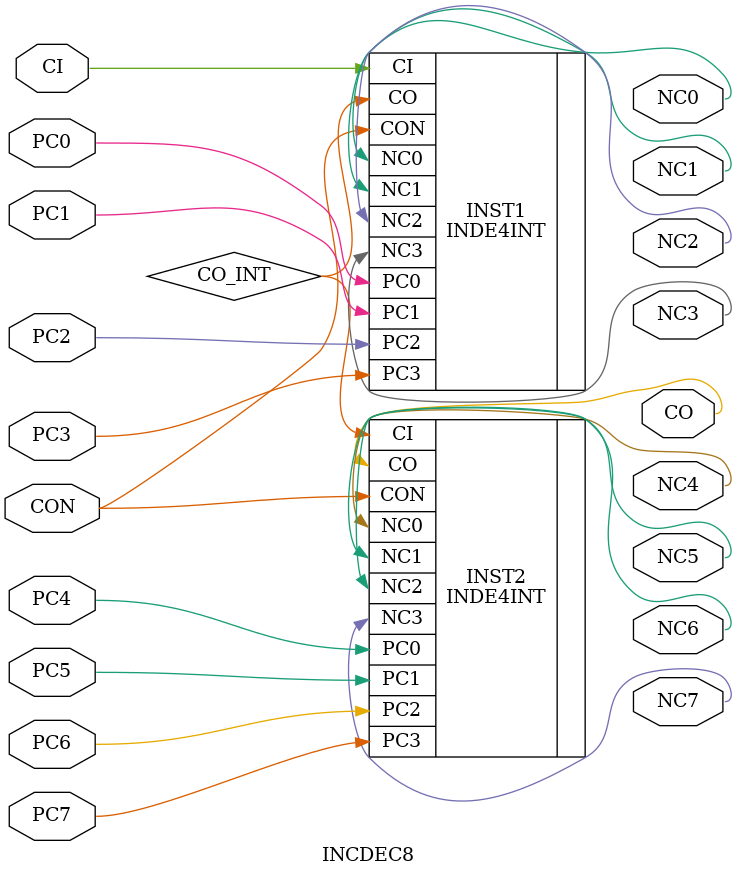
<source format=v>
`resetall
`timescale 1 ns / 100 ps

`celldefine

module INCDEC8 (CI, PC0, PC1, PC2, PC3, PC4, PC5, 
       PC6, PC7, CON, CO, NC0, NC1, NC2, NC3, NC4, 
       NC5, NC6, NC7);
input  CI, PC0, PC1, PC2, PC3, PC4, PC5, PC6, PC7, CON;
output CO, NC0, NC1, NC2, NC3, NC4, NC5, NC6, NC7;
INDE4INT INST1 (.CI(CI), .PC0(PC0), .PC1(PC1), .PC2(PC2),
      .PC3(PC3), .CON(CON), .CO(CO_INT), .NC0(NC0),
      .NC1(NC1), .NC2(NC2), .NC3(NC3));
INDE4INT INST2 (.CI(CO_INT), .PC0(PC4), .PC1(PC5), .PC2(
      PC6), .PC3(PC7), .CON(CON), .CO(CO), .NC0(NC4),
      .NC1(NC5), .NC2(NC6), .NC3(NC7));


endmodule

`endcelldefine

</source>
